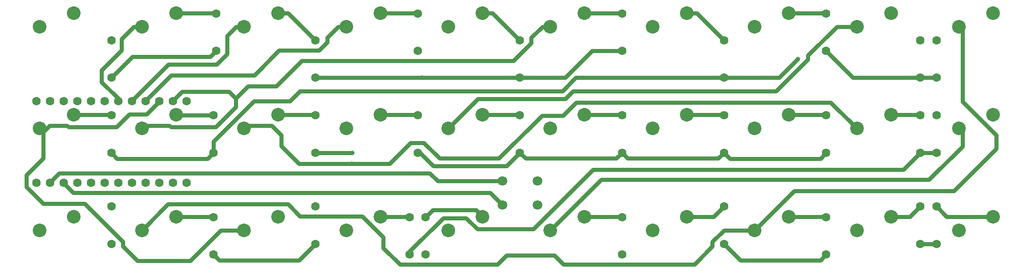
<source format=gtl>
G04 #@! TF.FileFunction,Copper,L1,Top,Signal*
%FSLAX46Y46*%
G04 Gerber Fmt 4.6, Leading zero omitted, Abs format (unit mm)*
G04 Created by KiCad (PCBNEW 4.0.7) date *
%MOMM*%
%LPD*%
G01*
G04 APERTURE LIST*
%ADD10C,2.000000*%
%ADD11C,1.600000*%
%ADD12C,2.540000*%
%ADD13C,1.800000*%
%ADD14C,0.800000*%
%ADD15C,0.800000*%
G04 APERTURE END LIST*
D10*
D11*
X38800000Y-92380000D03*
X41340000Y-92380000D03*
X43880000Y-92380000D03*
X46420000Y-92380000D03*
X48960000Y-92380000D03*
X51500000Y-92380000D03*
X54040000Y-92380000D03*
X56580000Y-92380000D03*
X59120000Y-92380000D03*
X61660000Y-92380000D03*
X64200000Y-92380000D03*
X66740000Y-92380000D03*
X66740000Y-107620000D03*
X64200000Y-107620000D03*
X61660000Y-107620000D03*
X59120000Y-107620000D03*
X56580000Y-107620000D03*
X54040000Y-107620000D03*
X51500000Y-107620000D03*
X48960000Y-107620000D03*
X46420000Y-107620000D03*
X43880000Y-107620000D03*
X41340000Y-107620000D03*
X38800000Y-107620000D03*
X52750000Y-81000000D03*
X52750000Y-88000000D03*
X72250000Y-76000000D03*
X72250000Y-83000000D03*
X90750000Y-81000000D03*
X90750000Y-88000000D03*
X109750000Y-76000000D03*
X109750000Y-83000000D03*
X128750000Y-81000000D03*
X128750000Y-88000000D03*
X147750000Y-76000000D03*
X147750000Y-83000000D03*
X166750000Y-81000000D03*
X166750000Y-88000000D03*
X185750000Y-76000000D03*
X185750000Y-83000000D03*
X203250000Y-81000000D03*
X203250000Y-88000000D03*
X206250000Y-81000000D03*
X206250000Y-88000000D03*
X52750000Y-95000000D03*
X52750000Y-102000000D03*
X71750000Y-95000000D03*
X71750000Y-102000000D03*
X90750000Y-95000000D03*
X90750000Y-102000000D03*
X109750000Y-95000000D03*
X109750000Y-102000000D03*
X128750000Y-95000000D03*
X128750000Y-102000000D03*
X147750000Y-95000000D03*
X147750000Y-102000000D03*
X166750000Y-95000000D03*
X166750000Y-102000000D03*
X185750000Y-95000000D03*
X185750000Y-102000000D03*
X203250000Y-95000000D03*
X203250000Y-102000000D03*
X206250000Y-95000000D03*
X206250000Y-102000000D03*
X52750000Y-112000000D03*
X52750000Y-119000000D03*
X71750000Y-114000000D03*
X71750000Y-121000000D03*
X90750000Y-112000000D03*
X90750000Y-119000000D03*
X108250000Y-114000000D03*
X108250000Y-121000000D03*
X111250000Y-114000000D03*
X111250000Y-121000000D03*
X147750000Y-114000000D03*
X147750000Y-121000000D03*
X166750000Y-112000000D03*
X166750000Y-119000000D03*
X185750000Y-114000000D03*
X185750000Y-121000000D03*
X203250000Y-112000000D03*
X203250000Y-119000000D03*
X206250000Y-112000000D03*
X206250000Y-119000000D03*
D12*
X39440000Y-78460000D03*
X45790000Y-75920000D03*
X58440000Y-78460000D03*
X64790000Y-75920000D03*
X77440000Y-78460000D03*
X83790000Y-75920000D03*
X96440000Y-78460000D03*
X102790000Y-75920000D03*
X115440000Y-78460000D03*
X121790000Y-75920000D03*
X134440000Y-78460000D03*
X140790000Y-75920000D03*
X153440000Y-78460000D03*
X159790000Y-75920000D03*
X172440000Y-78460000D03*
X178790000Y-75920000D03*
X191440000Y-78460000D03*
X197790000Y-75920000D03*
X210440000Y-78460000D03*
X216790000Y-75920000D03*
X39440000Y-97460000D03*
X45790000Y-94920000D03*
X58440000Y-97460000D03*
X64790000Y-94920000D03*
X77440000Y-97460000D03*
X83790000Y-94920000D03*
X96440000Y-97460000D03*
X102790000Y-94920000D03*
X115440000Y-97460000D03*
X121790000Y-94920000D03*
X134440000Y-97460000D03*
X140790000Y-94920000D03*
X153440000Y-97460000D03*
X159790000Y-94920000D03*
X172440000Y-97460000D03*
X178790000Y-94920000D03*
X191440000Y-97460000D03*
X197790000Y-94920000D03*
X210440000Y-97460000D03*
X216790000Y-94920000D03*
X39440000Y-116460000D03*
X45790000Y-113920000D03*
X58440000Y-116460000D03*
X64790000Y-113920000D03*
X77440000Y-116460000D03*
X83790000Y-113920000D03*
X96440000Y-116460000D03*
X102790000Y-113920000D03*
X115440000Y-116460000D03*
X121790000Y-113920000D03*
X134440000Y-116460000D03*
X140790000Y-113920000D03*
X153440000Y-116460000D03*
X159790000Y-113920000D03*
X172440000Y-116460000D03*
X178790000Y-113920000D03*
X191440000Y-116460000D03*
X197790000Y-113920000D03*
X210440000Y-116460000D03*
X216790000Y-113920000D03*
D13*
X125500000Y-107250000D03*
X125500000Y-111750000D03*
X132000000Y-111750000D03*
X132000000Y-107250000D03*
D14*
X110513000Y-88000000D03*
X180461300Y-84500900D03*
X97543300Y-102000000D03*
X97463100Y-104061000D03*
X83421300Y-89556800D03*
D15*
X72170000Y-75920000D02*
X72250000Y-76000000D01*
X64790000Y-75920000D02*
X72170000Y-75920000D01*
X85670000Y-75920000D02*
X90750000Y-81000000D01*
X83790000Y-75920000D02*
X85670000Y-75920000D01*
X109670000Y-75920000D02*
X109750000Y-76000000D01*
X102790000Y-75920000D02*
X109670000Y-75920000D01*
X123670000Y-75920000D02*
X128750000Y-81000000D01*
X121790000Y-75920000D02*
X123670000Y-75920000D01*
X147670000Y-75920000D02*
X147750000Y-76000000D01*
X140790000Y-75920000D02*
X147670000Y-75920000D01*
X113468700Y-107250000D02*
X125500000Y-107250000D01*
X112009400Y-105790700D02*
X113468700Y-107250000D01*
X43054800Y-105790700D02*
X112009400Y-105790700D01*
X41340000Y-107505500D02*
X43054800Y-105790700D01*
X41340000Y-107620000D02*
X41340000Y-107505500D01*
X123233800Y-109483800D02*
X125500000Y-111750000D01*
X45670100Y-109483800D02*
X123233800Y-109483800D01*
X43880000Y-107693700D02*
X45670100Y-109483800D01*
X43880000Y-107620000D02*
X43880000Y-107693700D01*
X56665100Y-84084900D02*
X52750000Y-88000000D01*
X71165100Y-84084900D02*
X56665100Y-84084900D01*
X72250000Y-83000000D02*
X71165100Y-84084900D01*
X128750000Y-88000000D02*
X110513000Y-88000000D01*
X110513000Y-88000000D02*
X90750000Y-88000000D01*
X137193000Y-88000000D02*
X128750000Y-88000000D01*
X142193000Y-83000000D02*
X137193000Y-88000000D01*
X147750000Y-83000000D02*
X142193000Y-83000000D01*
X161670000Y-75920000D02*
X166750000Y-81000000D01*
X159790000Y-75920000D02*
X161670000Y-75920000D01*
X206250000Y-88000000D02*
X203250000Y-88000000D01*
X190750000Y-88000000D02*
X185750000Y-83000000D01*
X203250000Y-88000000D02*
X190750000Y-88000000D01*
X176962200Y-88000000D02*
X166750000Y-88000000D01*
X180461300Y-84500900D02*
X176962200Y-88000000D01*
X70672800Y-103077200D02*
X71750000Y-102000000D01*
X53827200Y-103077200D02*
X70672800Y-103077200D01*
X52750000Y-102000000D02*
X53827200Y-103077200D01*
X71750000Y-99925000D02*
X71750000Y-102000000D01*
X79318600Y-92356400D02*
X71750000Y-99925000D01*
X86021800Y-92356400D02*
X79318600Y-92356400D01*
X87864100Y-90514100D02*
X86021800Y-92356400D01*
X136659300Y-90514100D02*
X87864100Y-90514100D01*
X139173400Y-88000000D02*
X136659300Y-90514100D01*
X166750000Y-88000000D02*
X139173400Y-88000000D01*
X185670000Y-75920000D02*
X185750000Y-76000000D01*
X178790000Y-75920000D02*
X185670000Y-75920000D01*
X52670000Y-94920000D02*
X52750000Y-95000000D01*
X45790000Y-94920000D02*
X52670000Y-94920000D01*
X64870000Y-95000000D02*
X71750000Y-95000000D01*
X64790000Y-94920000D02*
X64870000Y-95000000D01*
X90670000Y-94920000D02*
X90750000Y-95000000D01*
X83790000Y-94920000D02*
X90670000Y-94920000D01*
X97543300Y-102000000D02*
X90750000Y-102000000D01*
X129820500Y-103070500D02*
X128750000Y-102000000D01*
X146679500Y-103070500D02*
X129820500Y-103070500D01*
X147750000Y-102000000D02*
X146679500Y-103070500D01*
X148820500Y-103070500D02*
X147750000Y-102000000D01*
X165679500Y-103070500D02*
X148820500Y-103070500D01*
X166750000Y-102000000D02*
X165679500Y-103070500D01*
X167828400Y-103078400D02*
X166750000Y-102000000D01*
X184671600Y-103078400D02*
X167828400Y-103078400D01*
X185750000Y-102000000D02*
X184671600Y-103078400D01*
X126279200Y-104470800D02*
X128750000Y-102000000D01*
X112669900Y-104470800D02*
X126279200Y-104470800D01*
X110199100Y-102000000D02*
X112669900Y-104470800D01*
X109750000Y-102000000D02*
X110199100Y-102000000D01*
X109670000Y-94920000D02*
X109750000Y-95000000D01*
X102790000Y-94920000D02*
X109670000Y-94920000D01*
X128670000Y-94920000D02*
X128750000Y-95000000D01*
X121790000Y-94920000D02*
X128670000Y-94920000D01*
X147670000Y-94920000D02*
X147750000Y-95000000D01*
X140790000Y-94920000D02*
X147670000Y-94920000D01*
X166670000Y-94920000D02*
X166750000Y-95000000D01*
X159790000Y-94920000D02*
X166670000Y-94920000D01*
X185670000Y-94920000D02*
X185750000Y-95000000D01*
X178790000Y-94920000D02*
X185670000Y-94920000D01*
X203170000Y-94920000D02*
X203250000Y-95000000D01*
X197790000Y-94920000D02*
X203170000Y-94920000D01*
X206250000Y-102000000D02*
X203250000Y-102000000D01*
X72825300Y-122075300D02*
X71750000Y-121000000D01*
X87674700Y-122075300D02*
X72825300Y-122075300D01*
X90750000Y-119000000D02*
X87674700Y-122075300D01*
X200112800Y-105137200D02*
X203250000Y-102000000D01*
X142405400Y-105137200D02*
X200112800Y-105137200D01*
X131304800Y-116237800D02*
X142405400Y-105137200D01*
X120830300Y-116237800D02*
X131304800Y-116237800D01*
X118761400Y-114168900D02*
X120830300Y-116237800D01*
X114483200Y-114168900D02*
X118761400Y-114168900D01*
X108250000Y-120402100D02*
X114483200Y-114168900D01*
X108250000Y-121000000D02*
X108250000Y-120402100D01*
X71670000Y-113920000D02*
X71750000Y-114000000D01*
X64790000Y-113920000D02*
X71670000Y-113920000D01*
X108170000Y-113920000D02*
X108250000Y-114000000D01*
X102790000Y-113920000D02*
X108170000Y-113920000D01*
X120578000Y-112708000D02*
X121790000Y-113920000D01*
X112542000Y-112708000D02*
X120578000Y-112708000D01*
X111250000Y-114000000D02*
X112542000Y-112708000D01*
X206250000Y-119000000D02*
X203250000Y-119000000D01*
X169825300Y-122075300D02*
X166750000Y-119000000D01*
X184674700Y-122075300D02*
X169825300Y-122075300D01*
X185750000Y-121000000D02*
X184674700Y-122075300D01*
X147670000Y-113920000D02*
X147750000Y-114000000D01*
X140790000Y-113920000D02*
X147670000Y-113920000D01*
X164830000Y-113920000D02*
X166750000Y-112000000D01*
X159790000Y-113920000D02*
X164830000Y-113920000D01*
X185670000Y-113920000D02*
X185750000Y-114000000D01*
X178790000Y-113920000D02*
X185670000Y-113920000D01*
X201330000Y-113920000D02*
X203250000Y-112000000D01*
X197790000Y-113920000D02*
X201330000Y-113920000D01*
X208170000Y-113920000D02*
X206250000Y-112000000D01*
X216790000Y-113920000D02*
X208170000Y-113920000D01*
X77972600Y-96927400D02*
X77440000Y-97460000D01*
X82586600Y-96927400D02*
X77972600Y-96927400D01*
X84374300Y-98715100D02*
X82586600Y-96927400D01*
X84374300Y-100762600D02*
X84374300Y-98715100D01*
X87672700Y-104061000D02*
X84374300Y-100762600D01*
X97463100Y-104061000D02*
X87672700Y-104061000D01*
X104550900Y-104061000D02*
X97463100Y-104061000D01*
X108452800Y-100159100D02*
X104550900Y-104061000D01*
X110887200Y-100159100D02*
X108452800Y-100159100D01*
X113798500Y-103070400D02*
X110887200Y-100159100D01*
X124824400Y-103070400D02*
X113798500Y-103070400D01*
X132866500Y-95028300D02*
X124824400Y-103070400D01*
X136806200Y-95028300D02*
X132866500Y-95028300D01*
X139207200Y-92627300D02*
X136806200Y-95028300D01*
X186607300Y-92627300D02*
X139207200Y-92627300D01*
X191440000Y-97460000D02*
X186607300Y-92627300D01*
X211077900Y-98097900D02*
X210440000Y-97460000D01*
X211077900Y-100815700D02*
X211077900Y-98097900D01*
X204893600Y-107000000D02*
X211077900Y-100815700D01*
X143900000Y-107000000D02*
X204893600Y-107000000D01*
X134440000Y-116460000D02*
X143900000Y-107000000D01*
X54040000Y-91877800D02*
X54040000Y-92380000D01*
X50948800Y-88786600D02*
X54040000Y-91877800D01*
X50948800Y-86624500D02*
X50948800Y-88786600D01*
X54684400Y-82888900D02*
X50948800Y-86624500D01*
X54684400Y-80727200D02*
X54684400Y-82888900D01*
X56951600Y-78460000D02*
X54684400Y-80727200D01*
X58440000Y-78460000D02*
X56951600Y-78460000D01*
X56580000Y-92277300D02*
X56580000Y-92380000D01*
X63372000Y-85485300D02*
X56580000Y-92277300D01*
X72314200Y-85485300D02*
X63372000Y-85485300D01*
X74258600Y-83540900D02*
X72314200Y-85485300D01*
X74258600Y-80184400D02*
X74258600Y-83540900D01*
X75983000Y-78460000D02*
X74258600Y-80184400D01*
X77440000Y-78460000D02*
X75983000Y-78460000D01*
X120985500Y-91914500D02*
X115440000Y-97460000D01*
X137239300Y-91914500D02*
X120985500Y-91914500D01*
X138639600Y-90514200D02*
X137239300Y-91914500D01*
X176428400Y-90514200D02*
X138639600Y-90514200D01*
X182357600Y-84585000D02*
X176428400Y-90514200D01*
X182357600Y-83846300D02*
X182357600Y-84585000D01*
X187743900Y-78460000D02*
X182357600Y-83846300D01*
X191440000Y-78460000D02*
X187743900Y-78460000D01*
X211077900Y-79097900D02*
X210440000Y-78460000D01*
X211077900Y-92418500D02*
X211077900Y-79097900D01*
X217374200Y-98714800D02*
X211077900Y-92418500D01*
X217374200Y-101228200D02*
X217374200Y-98714800D01*
X209483100Y-109119300D02*
X217374200Y-101228200D01*
X179780700Y-109119300D02*
X209483100Y-109119300D01*
X172440000Y-116460000D02*
X179780700Y-109119300D01*
X166742300Y-116460000D02*
X172440000Y-116460000D01*
X164590800Y-118611500D02*
X166742300Y-116460000D01*
X164590800Y-119458600D02*
X164590800Y-118611500D01*
X161215300Y-122834100D02*
X164590800Y-119458600D01*
X136860900Y-122834100D02*
X161215300Y-122834100D01*
X135158900Y-121132100D02*
X136860900Y-122834100D01*
X126249600Y-121132100D02*
X135158900Y-121132100D01*
X124563900Y-122817800D02*
X126249600Y-121132100D01*
X106440500Y-122817800D02*
X124563900Y-122817800D01*
X103374200Y-119751500D02*
X106440500Y-122817800D01*
X103374200Y-117781800D02*
X103374200Y-119751500D01*
X99421900Y-113829500D02*
X103374200Y-117781800D01*
X87835100Y-113829500D02*
X99421900Y-113829500D01*
X85605800Y-111600200D02*
X87835100Y-113829500D01*
X63299800Y-111600200D02*
X85605800Y-111600200D01*
X58440000Y-116460000D02*
X63299800Y-111600200D01*
X59120000Y-92297200D02*
X59120000Y-92380000D01*
X63895100Y-87522100D02*
X59120000Y-92297200D01*
X79355800Y-87522100D02*
X63895100Y-87522100D01*
X83975800Y-82902100D02*
X79355800Y-87522100D01*
X91401200Y-82902100D02*
X83975800Y-82902100D01*
X92909200Y-81394100D02*
X91401200Y-82902100D01*
X92909200Y-80502400D02*
X92909200Y-81394100D01*
X94951600Y-78460000D02*
X92909200Y-80502400D01*
X96440000Y-78460000D02*
X94951600Y-78460000D01*
X61660000Y-92486200D02*
X61660000Y-92380000D01*
X59326800Y-94819400D02*
X61660000Y-92486200D01*
X56135800Y-94819400D02*
X59326800Y-94819400D01*
X53733400Y-97221800D02*
X56135800Y-94819400D01*
X44814300Y-97221800D02*
X53733400Y-97221800D01*
X44489100Y-96896600D02*
X44814300Y-97221800D01*
X41279200Y-96896600D02*
X44489100Y-96896600D01*
X40077900Y-98097900D02*
X41279200Y-96896600D01*
X40077900Y-103039800D02*
X40077900Y-98097900D01*
X36985800Y-106131900D02*
X40077900Y-103039800D01*
X36985800Y-108401500D02*
X36985800Y-106131900D01*
X40085700Y-111501400D02*
X36985800Y-108401500D01*
X47805000Y-111501400D02*
X40085700Y-111501400D01*
X54909200Y-118605600D02*
X47805000Y-111501400D01*
X54909200Y-119449100D02*
X54909200Y-118605600D01*
X57614900Y-122154800D02*
X54909200Y-119449100D01*
X67457100Y-122154800D02*
X57614900Y-122154800D01*
X73151900Y-116460000D02*
X67457100Y-122154800D01*
X77440000Y-116460000D02*
X73151900Y-116460000D01*
X40077900Y-98097900D02*
X39440000Y-97460000D01*
X74656600Y-90549400D02*
X75920400Y-91813200D01*
X65905300Y-90549400D02*
X74656600Y-90549400D01*
X64200000Y-92254700D02*
X65905300Y-90549400D01*
X64200000Y-92380000D02*
X64200000Y-92254700D01*
X58972600Y-96927400D02*
X58440000Y-97460000D01*
X63586600Y-96927400D02*
X58972600Y-96927400D01*
X63878000Y-97218800D02*
X63586600Y-96927400D01*
X72143000Y-97218800D02*
X63878000Y-97218800D01*
X75920400Y-93441400D02*
X72143000Y-97218800D01*
X75920400Y-91813200D02*
X75920400Y-93441400D01*
X78176800Y-89556800D02*
X75920400Y-91813200D01*
X83421300Y-89556800D02*
X78176800Y-89556800D01*
X88164800Y-84813300D02*
X83421300Y-89556800D01*
X127558200Y-84813300D02*
X88164800Y-84813300D01*
X130888200Y-81483300D02*
X127558200Y-84813300D01*
X130888200Y-80523400D02*
X130888200Y-81483300D01*
X132951600Y-78460000D02*
X130888200Y-80523400D01*
X134440000Y-78460000D02*
X132951600Y-78460000D01*
M02*

</source>
